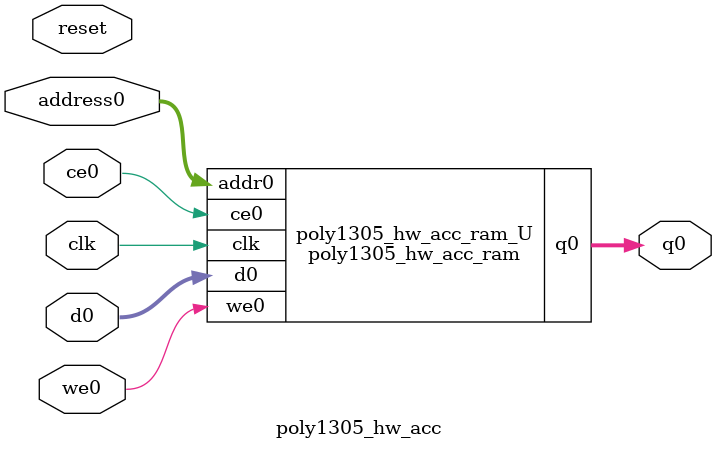
<source format=v>
`timescale 1 ns / 1 ps
module poly1305_hw_acc_ram (addr0, ce0, d0, we0, q0,  clk);

parameter DWIDTH = 8;
parameter AWIDTH = 5;
parameter MEM_SIZE = 17;

input[AWIDTH-1:0] addr0;
input ce0;
input[DWIDTH-1:0] d0;
input we0;
output reg[DWIDTH-1:0] q0;
input clk;

(* ram_style = "distributed" *)reg [DWIDTH-1:0] ram[0:MEM_SIZE-1];




always @(posedge clk)  
begin 
    if (ce0) 
    begin
        if (we0) 
        begin 
            ram[addr0] <= d0; 
        end 
        q0 <= ram[addr0];
    end
end


endmodule

`timescale 1 ns / 1 ps
module poly1305_hw_acc(
    reset,
    clk,
    address0,
    ce0,
    we0,
    d0,
    q0);

parameter DataWidth = 32'd8;
parameter AddressRange = 32'd17;
parameter AddressWidth = 32'd5;
input reset;
input clk;
input[AddressWidth - 1:0] address0;
input ce0;
input we0;
input[DataWidth - 1:0] d0;
output[DataWidth - 1:0] q0;



poly1305_hw_acc_ram poly1305_hw_acc_ram_U(
    .clk( clk ),
    .addr0( address0 ),
    .ce0( ce0 ),
    .we0( we0 ),
    .d0( d0 ),
    .q0( q0 ));

endmodule


</source>
